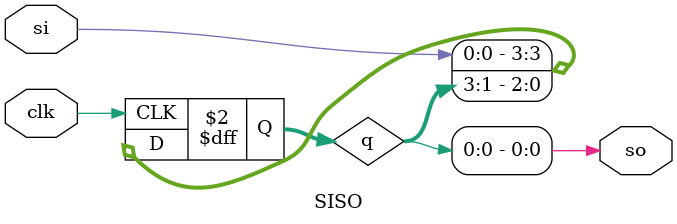
<source format=v>
`timescale 1ns / 1ps
module SISO(clk, si, so);
input clk, si;
output so;
reg [3:0]q;
always@(posedge clk)
begin
	q[3] <= si;
	q[2] <= q[3];
	q[1] <= q[2];
	q[0] <= q[1];
end
assign so = q[0];


endmodule

</source>
